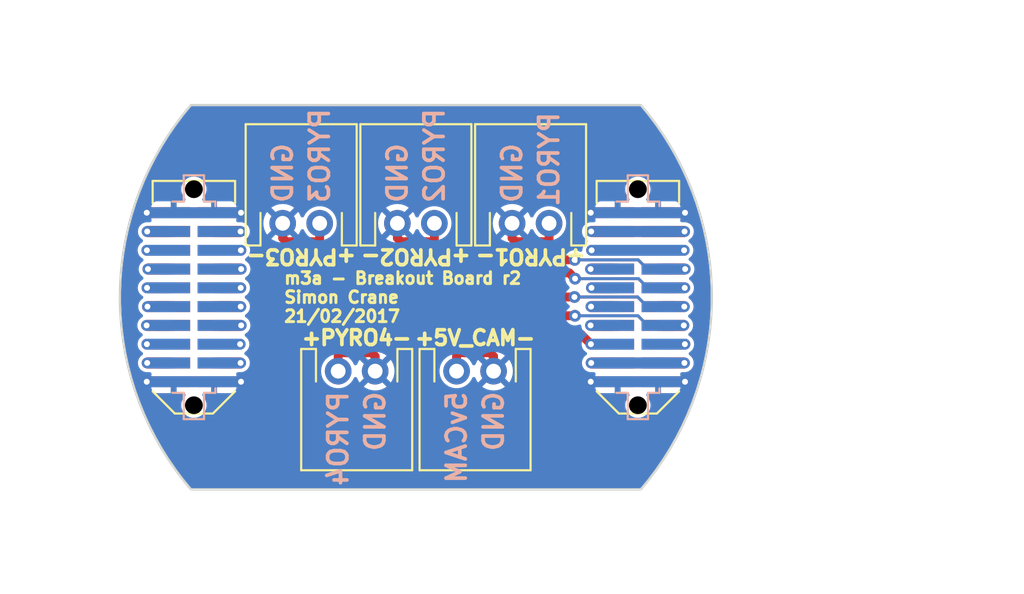
<source format=kicad_pcb>
(kicad_pcb (version 20221018) (generator pcbnew)
  (layers (0 "F.Cu" signal) (31 "B.Cu" signal) (34 "B.Paste" user) (35 "F.Paste" user) (36 "B.SilkS" user "B.Silkscreen") (37 "F.SilkS" user "F.Silkscreen") (38 "B.Mask" user) (39 "F.Mask" user) (44 "Edge.Cuts" user))
  (net 0 "")
  (net 1 "GND")
  (net 2 "/3v3_IMU")
  (net 3 "/JTMS")
  (net 4 "/3v3_RADIO")
  (net 5 "/JTCK")
  (net 6 "/3v3_FC")
  (net 7 "/3v3_PYRO")
  (net 8 "/JTDR")
  (net 9 "/RSVD1")
  (net 10 "/3v3_AUX1")
  (net 11 "/5v_CAN")
  (net 12 "/3v3_AUX2")
  (net 13 "/CAN-")
  (net 14 "/RSVD2")
  (net 15 "/CAN+")
  (net 16 "/PYRO_SO")
  (net 17 "/PYRO_SI")
  (net 18 "/5v_RADIO")
  (net 19 "/PYRO1")
  (net 20 "/5v_IMU")
  (net 21 "/PYRO2")
  (net 22 "/5v_AUX1")
  (net 23 "/PYRO3")
  (net 24 "/5v_AUX2")
  (net 25 "/PYRO4")
  (net 26 "/5v_CAM")
  (net 27 "/PWR")
  (net 28 "/CHARGE")
  (net 29 "/JTDI")
  (net 30 "/3v3_DL")
  (footprint "agg:TFML-110-02-L-D" (layer "F.Cu") (at 85 100 -90)
    (fp_text reference "J1")
    (fp_text value "WEST TOP")
    (fp_line (start -7.865 -2.785) (end -7.865 2.785) (stroke (width 0.15)) (layer "F.SilkS"))
    (fp_line (start -7.865 2.785) (end -6.365 2.785) (stroke (width 0.15)) (layer "F.SilkS"))
    (fp_line (start -6.365 -2.785) (end -7.865 -2.785) (stroke (width 0.15)) (layer "F.SilkS"))
    (fp_line (start 6.365 2.785) (end 7.865 1.285) (stroke (width 0.15)) (layer "F.SilkS"))
    (fp_line (start 7.865 -1.285) (end 6.365 -2.785) (stroke (width 0.15)) (layer "F.SilkS"))
    (fp_line (start 7.865 1.285) (end 7.865 -1.285) (stroke (width 0.15)) (layer "F.SilkS"))
    (pad "1" smd rect (at -5.715 1.715 270) (size 0.74 2.92) (layers "F.Cu" "F.Paste" "F.Mask") (net 1 "GND"))
    (pad "2" smd rect (at -5.715 -1.715 270) (size 0.74 2.92) (layers "F.Cu" "F.Paste" "F.Mask") (net 1 "GND"))
    (pad "3" smd rect (at -4.445 1.715 270) (size 0.74 2.92) (layers "F.Cu" "F.Paste" "F.Mask") (net 2 "/3v3_IMU"))
    (pad "4" smd rect (at -4.445 -1.715 270) (size 0.74 2.92) (layers "F.Cu" "F.Paste" "F.Mask") (net 3 "/JTMS"))
    (pad "5" smd rect (at -3.175 1.715 270) (size 0.74 2.92) (layers "F.Cu" "F.Paste" "F.Mask") (net 4 "/3v3_RADIO"))
    (pad "6" smd rect (at -3.175 -1.715 270) (size 0.74 2.92) (layers "F.Cu" "F.Paste" "F.Mask") (net 5 "/JTCK"))
    (pad "7" smd rect (at -1.905 1.715 270) (size 0.74 2.92) (layers "F.Cu" "F.Paste" "F.Mask") (net 6 "/3v3_FC"))
    (pad "8" smd rect (at -1.905 -1.715 270) (size 0.74 2.92) (layers "F.Cu" "F.Paste" "F.Mask") (net 29 "/JTDI"))
    (pad "9" smd rect (at -0.635 1.715 270) (size 0.74 2.92) (layers "F.Cu" "F.Paste" "F.Mask") (net 7 "/3v3_PYRO"))
    (pad "10" smd rect (at -0.635 -1.715 270) (size 0.74 2.92) (layers "F.Cu" "F.Paste" "F.Mask") (net 8 "/JTDR"))
    (pad "11" smd rect (at 0.635 1.715 270) (size 0.74 2.92) (layers "F.Cu" "F.Paste" "F.Mask") (net 30 "/3v3_DL"))
    (pad "12" smd rect (at 0.635 -1.715 270) (size 0.74 2.92) (layers "F.Cu" "F.Paste" "F.Mask") (net 9 "/RSVD1"))
    (pad "13" smd rect (at 1.905 1.715 270) (size 0.74 2.92) (layers "F.Cu" "F.Paste" "F.Mask") (net 10 "/3v3_AUX1"))
    (pad "14" smd rect (at 1.905 -1.715 270) (size 0.74 2.92) (layers "F.Cu" "F.Paste" "F.Mask") (net 11 "/5v_CAN"))
    (pad "15" smd rect (at 3.175 1.715 270) (size 0.74 2.92) (layers "F.Cu" "F.Paste" "F.Mask") (net 12 "/3v3_AUX2"))
    (pad "16" smd rect (at 3.175 -1.715 270) (size 0.74 2.92) (layers "F.Cu" "F.Paste" "F.Mask") (net 13 "/CAN-"))
    (pad "17" smd rect (at 4.445 1.715 270) (size 0.74 2.92) (layers "F.Cu" "F.Paste" "F.Mask") (net 14 "/RSVD2"))
    (pad "18" smd rect (at 4.445 -1.715 270) (size 0.74 2.92) (layers "F.Cu" "F.Paste" "F.Mask") (net 15 "/CAN+"))
    (pad "19" smd rect (at 5.715 1.715 270) (size 0.74 2.92) (layers "F.Cu" "F.Paste" "F.Mask") (net 1 "GND"))
    (pad "20" smd rect (at 5.715 -1.715 270) (size 0.74 2.92) (layers "F.Cu" "F.Paste" "F.Mask") (net 1 "GND"))
  )
  (footprint "agg:TFML-110-02-L-D" (layer "F.Cu") (at 115 100 -90)
    (fp_text reference "J2")
    (fp_text value "EAST TOP")
    (fp_line (start -7.865 -2.785) (end -7.865 2.785) (stroke (width 0.15)) (layer "F.SilkS"))
    (fp_line (start -7.865 2.785) (end -6.365 2.785) (stroke (width 0.15)) (layer "F.SilkS"))
    (fp_line (start -6.365 -2.785) (end -7.865 -2.785) (stroke (width 0.15)) (layer "F.SilkS"))
    (fp_line (start 6.365 2.785) (end 7.865 1.285) (stroke (width 0.15)) (layer "F.SilkS"))
    (fp_line (start 7.865 -1.285) (end 6.365 -2.785) (stroke (width 0.15)) (layer "F.SilkS"))
    (fp_line (start 7.865 1.285) (end 7.865 -1.285) (stroke (width 0.15)) (layer "F.SilkS"))
    (pad "1" smd rect (at -5.715 1.715 270) (size 0.74 2.92) (layers "F.Cu" "F.Paste" "F.Mask") (net 1 "GND"))
    (pad "2" smd rect (at -5.715 -1.715 270) (size 0.74 2.92) (layers "F.Cu" "F.Paste" "F.Mask") (net 1 "GND"))
    (pad "3" smd rect (at -4.445 1.715 270) (size 0.74 2.92) (layers "F.Cu" "F.Paste" "F.Mask") (net 16 "/PYRO_SO"))
    (pad "4" smd rect (at -4.445 -1.715 270) (size 0.74 2.92) (layers "F.Cu" "F.Paste" "F.Mask") (net 16 "/PYRO_SO"))
    (pad "5" smd rect (at -3.175 1.715 270) (size 0.74 2.92) (layers "F.Cu" "F.Paste" "F.Mask") (net 17 "/PYRO_SI"))
    (pad "6" smd rect (at -3.175 -1.715 270) (size 0.74 2.92) (layers "F.Cu" "F.Paste" "F.Mask") (net 17 "/PYRO_SI"))
    (pad "7" smd rect (at -1.905 1.715 270) (size 0.74 2.92) (layers "F.Cu" "F.Paste" "F.Mask") (net 18 "/5v_RADIO"))
    (pad "8" smd rect (at -1.905 -1.715 270) (size 0.74 2.92) (layers "F.Cu" "F.Paste" "F.Mask") (net 19 "/PYRO1"))
    (pad "9" smd rect (at -0.635 1.715 270) (size 0.74 2.92) (layers "F.Cu" "F.Paste" "F.Mask") (net 20 "/5v_IMU"))
    (pad "10" smd rect (at -0.635 -1.715 270) (size 0.74 2.92) (layers "F.Cu" "F.Paste" "F.Mask") (net 21 "/PYRO2"))
    (pad "11" smd rect (at 0.635 1.715 270) (size 0.74 2.92) (layers "F.Cu" "F.Paste" "F.Mask") (net 22 "/5v_AUX1"))
    (pad "12" smd rect (at 0.635 -1.715 270) (size 0.74 2.92) (layers "F.Cu" "F.Paste" "F.Mask") (net 23 "/PYRO3"))
    (pad "13" smd rect (at 1.905 1.715 270) (size 0.74 2.92) (layers "F.Cu" "F.Paste" "F.Mask") (net 24 "/5v_AUX2"))
    (pad "14" smd rect (at 1.905 -1.715 270) (size 0.74 2.92) (layers "F.Cu" "F.Paste" "F.Mask") (net 25 "/PYRO4"))
    (pad "15" smd rect (at 3.175 1.715 270) (size 0.74 2.92) (layers "F.Cu" "F.Paste" "F.Mask") (net 26 "/5v_CAM"))
    (pad "16" smd rect (at 3.175 -1.715 270) (size 0.74 2.92) (layers "F.Cu" "F.Paste" "F.Mask") (net 27 "/PWR"))
    (pad "17" smd rect (at 4.445 1.715 270) (size 0.74 2.92) (layers "F.Cu" "F.Paste" "F.Mask") (net 28 "/CHARGE"))
    (pad "18" smd rect (at 4.445 -1.715 270) (size 0.74 2.92) (layers "F.Cu" "F.Paste" "F.Mask") (net 28 "/CHARGE"))
    (pad "19" smd rect (at 5.715 1.715 270) (size 0.74 2.92) (layers "F.Cu" "F.Paste" "F.Mask") (net 1 "GND"))
    (pad "20" smd rect (at 5.715 -1.715 270) (size 0.74 2.92) (layers "F.Cu" "F.Paste" "F.Mask") (net 1 "GND"))
  )
  (footprint "agg:S2B-EH" (layer "F.Cu") (at 107.75 95)
    (fp_text reference "J5")
    (fp_text value "PYRO1")
    (fp_line (start -3.75 -6.7) (end -3.75 1.5) (stroke (width 0.15)) (layer "F.SilkS"))
    (fp_line (start -3.75 -6.7) (end 3.75 -6.7) (stroke (width 0.15)) (layer "F.SilkS"))
    (fp_line (start -3.75 1.5) (end -2.75 1.5) (stroke (width 0.15)) (layer "F.SilkS"))
    (fp_line (start -2.75 1.5) (end -2.75 -0.7) (stroke (width 0.15)) (layer "F.SilkS"))
    (fp_line (start 2.75 1.5) (end 2.75 -0.7) (stroke (width 0.15)) (layer "F.SilkS"))
    (fp_line (start 3.75 -6.7) (end 3.75 1.5) (stroke (width 0.15)) (layer "F.SilkS"))
    (fp_line (start 3.75 1.5) (end 2.75 1.5) (stroke (width 0.15)) (layer "F.SilkS"))
    (pad "1" thru_hole circle (at 1.25 0) (size 1.8 1.8) (drill 1) (layers "*.Cu" "*.Mask") (net 19 "/PYRO1"))
    (pad "2" thru_hole circle (at -1.25 0) (size 1.8 1.8) (drill 1) (layers "*.Cu" "*.Mask") (net 1 "GND"))
  )
  (footprint "agg:S2B-EH" (layer "F.Cu") (at 92.25 95)
    (fp_text reference "J6")
    (fp_text value "PYRO3")
    (fp_line (start -3.75 -6.7) (end -3.75 1.5) (stroke (width 0.15)) (layer "F.SilkS"))
    (fp_line (start -3.75 -6.7) (end 3.75 -6.7) (stroke (width 0.15)) (layer "F.SilkS"))
    (fp_line (start -3.75 1.5) (end -2.75 1.5) (stroke (width 0.15)) (layer "F.SilkS"))
    (fp_line (start -2.75 1.5) (end -2.75 -0.7) (stroke (width 0.15)) (layer "F.SilkS"))
    (fp_line (start 2.75 1.5) (end 2.75 -0.7) (stroke (width 0.15)) (layer "F.SilkS"))
    (fp_line (start 3.75 -6.7) (end 3.75 1.5) (stroke (width 0.15)) (layer "F.SilkS"))
    (fp_line (start 3.75 1.5) (end 2.75 1.5) (stroke (width 0.15)) (layer "F.SilkS"))
    (pad "1" thru_hole circle (at 1.25 0) (size 1.8 1.8) (drill 1) (layers "*.Cu" "*.Mask") (net 23 "/PYRO3"))
    (pad "2" thru_hole circle (at -1.25 0) (size 1.8 1.8) (drill 1) (layers "*.Cu" "*.Mask") (net 1 "GND"))
  )
  (footprint "agg:S2B-EH" (layer "F.Cu") (at 100 95)
    (fp_text reference "J7")
    (fp_text value "PYRO2")
    (fp_line (start -3.75 -6.7) (end -3.75 1.5) (stroke (width 0.15)) (layer "F.SilkS"))
    (fp_line (start -3.75 -6.7) (end 3.75 -6.7) (stroke (width 0.15)) (layer "F.SilkS"))
    (fp_line (start -3.75 1.5) (end -2.75 1.5) (stroke (width 0.15)) (layer "F.SilkS"))
    (fp_line (start -2.75 1.5) (end -2.75 -0.7) (stroke (width 0.15)) (layer "F.SilkS"))
    (fp_line (start 2.75 1.5) (end 2.75 -0.7) (stroke (width 0.15)) (layer "F.SilkS"))
    (fp_line (start 3.75 -6.7) (end 3.75 1.5) (stroke (width 0.15)) (layer "F.SilkS"))
    (fp_line (start 3.75 1.5) (end 2.75 1.5) (stroke (width 0.15)) (layer "F.SilkS"))
    (pad "1" thru_hole circle (at 1.25 0) (size 1.8 1.8) (drill 1) (layers "*.Cu" "*.Mask") (net 21 "/PYRO2"))
    (pad "2" thru_hole circle (at -1.25 0) (size 1.8 1.8) (drill 1) (layers "*.Cu" "*.Mask") (net 1 "GND"))
  )
  (footprint "agg:S2B-EH" (layer "F.Cu") (at 96 105 180)
    (fp_text reference "J8")
    (fp_text value "PYRO4")
    (fp_line (start -3.75 -6.7) (end -3.75 1.5) (stroke (width 0.15)) (layer "F.SilkS"))
    (fp_line (start -3.75 -6.7) (end 3.75 -6.7) (stroke (width 0.15)) (layer "F.SilkS"))
    (fp_line (start -3.75 1.5) (end -2.75 1.5) (stroke (width 0.15)) (layer "F.SilkS"))
    (fp_line (start -2.75 1.5) (end -2.75 -0.7) (stroke (width 0.15)) (layer "F.SilkS"))
    (fp_line (start 2.75 1.5) (end 2.75 -0.7) (stroke (width 0.15)) (layer "F.SilkS"))
    (fp_line (start 3.75 -6.7) (end 3.75 1.5) (stroke (width 0.15)) (layer "F.SilkS"))
    (fp_line (start 3.75 1.5) (end 2.75 1.5) (stroke (width 0.15)) (layer "F.SilkS"))
    (pad "1" thru_hole circle (at 1.25 0 180) (size 1.8 1.8) (drill 1) (layers "*.Cu" "*.Mask") (net 25 "/PYRO4"))
    (pad "2" thru_hole circle (at -1.25 0 180) (size 1.8 1.8) (drill 1) (layers "*.Cu" "*.Mask") (net 1 "GND"))
  )
  (footprint "agg:S2B-EH" (layer "F.Cu") (at 104 105 180)
    (fp_text reference "J9")
    (fp_text value "5v_CAM")
    (fp_line (start -3.75 -6.7) (end -3.75 1.5) (stroke (width 0.15)) (layer "F.SilkS"))
    (fp_line (start -3.75 -6.7) (end 3.75 -6.7) (stroke (width 0.15)) (layer "F.SilkS"))
    (fp_line (start -3.75 1.5) (end -2.75 1.5) (stroke (width 0.15)) (layer "F.SilkS"))
    (fp_line (start -2.75 1.5) (end -2.75 -0.7) (stroke (width 0.15)) (layer "F.SilkS"))
    (fp_line (start 2.75 1.5) (end 2.75 -0.7) (stroke (width 0.15)) (layer "F.SilkS"))
    (fp_line (start 3.75 -6.7) (end 3.75 1.5) (stroke (width 0.15)) (layer "F.SilkS"))
    (fp_line (start 3.75 1.5) (end 2.75 1.5) (stroke (width 0.15)) (layer "F.SilkS"))
    (pad "1" thru_hole circle (at 1.25 0 180) (size 1.8 1.8) (drill 1) (layers "*.Cu" "*.Mask") (net 26 "/5v_CAM"))
    (pad "2" thru_hole circle (at -1.25 0 180) (size 1.8 1.8) (drill 1) (layers "*.Cu" "*.Mask") (net 1 "GND"))
  )
  (footprint "agg:0402" (layer "F.Cu") (at 107.75 96.25 180)
    (fp_text reference "D1")
    (fp_text value "ESD_DIODE")
    (pad "1" smd rect (at -0.45 0 180) (size 0.62 0.62) (layers "F.Cu" "F.Paste" "F.Mask") (net 19 "/PYRO1"))
    (pad "2" smd rect (at 0.45 0 180) (size 0.62 0.62) (layers "F.Cu" "F.Paste" "F.Mask") (net 1 "GND"))
  )
  (footprint "agg:0402" (layer "F.Cu") (at 92.25 96.25 180)
    (fp_text reference "D2")
    (fp_text value "ESD_DIODE")
    (pad "1" smd rect (at -0.45 0 180) (size 0.62 0.62) (layers "F.Cu" "F.Paste" "F.Mask") (net 23 "/PYRO3"))
    (pad "2" smd rect (at 0.45 0 180) (size 0.62 0.62) (layers "F.Cu" "F.Paste" "F.Mask") (net 1 "GND"))
  )
  (footprint "agg:0402" (layer "F.Cu") (at 100 96.25 180)
    (fp_text reference "D3")
    (fp_text value "ESD_DIODE")
    (pad "1" smd rect (at -0.45 0 180) (size 0.62 0.62) (layers "F.Cu" "F.Paste" "F.Mask") (net 21 "/PYRO2"))
    (pad "2" smd rect (at 0.45 0 180) (size 0.62 0.62) (layers "F.Cu" "F.Paste" "F.Mask") (net 1 "GND"))
  )
  (footprint "agg:0402" (layer "F.Cu") (at 96 103.75)
    (fp_text reference "D4")
    (fp_text value "ESD_DIODE")
    (pad "1" smd rect (at -0.45 0) (size 0.62 0.62) (layers "F.Cu" "F.Paste" "F.Mask") (net 25 "/PYRO4"))
    (pad "2" smd rect (at 0.45 0) (size 0.62 0.62) (layers "F.Cu" "F.Paste" "F.Mask") (net 1 "GND"))
  )
  (footprint "agg:0402" (layer "F.Cu") (at 104 103.75)
    (fp_text reference "D5")
    (fp_text value "ESD_DIODE")
    (pad "1" smd rect (at -0.45 0) (size 0.62 0.62) (layers "F.Cu" "F.Paste" "F.Mask") (net 26 "/5v_CAM"))
    (pad "2" smd rect (at 0.45 0) (size 0.62 0.62) (layers "F.Cu" "F.Paste" "F.Mask") (net 1 "GND"))
  )
  (footprint "agg:SFML-110-02-L-D-LC" (layer "B.Cu") (at 85 100 -90)
    (fp_text reference "J3")
    (fp_text value "WEST BOT")
    (fp_line (start -8.245 -0.685) (end -8.245 0.685) (stroke (width 0.15)) (layer "B.SilkS"))
    (fp_line (start -8.245 0.685) (end -6.465 0.685) (stroke (width 0.15)) (layer "B.SilkS"))
    (fp_line (start -6.465 -1.45) (end -6.465 -0.685) (stroke (width 0.15)) (layer "B.SilkS"))
    (fp_line (start -6.465 -0.685) (end -8.245 -0.685) (stroke (width 0.15)) (layer "B.SilkS"))
    (fp_line (start -6.465 0.685) (end -6.465 1.45) (stroke (width 0.15)) (layer "B.SilkS"))
    (fp_line (start -6.165 -1.45) (end -6.465 -1.45) (stroke (width 0.15)) (layer "B.SilkS"))
    (fp_line (start 6.465 -1.45) (end 6.165 -1.45) (stroke (width 0.15)) (layer "B.SilkS"))
    (fp_line (start 6.465 -0.685) (end 6.465 -1.45) (stroke (width 0.15)) (layer "B.SilkS"))
    (fp_line (start 6.465 0.685) (end 8.245 0.685) (stroke (width 0.15)) (layer "B.SilkS"))
    (fp_line (start 6.465 1.45) (end 6.465 0.685) (stroke (width 0.15)) (layer "B.SilkS"))
    (fp_line (start 8.245 -0.685) (end 6.465 -0.685) (stroke (width 0.15)) (layer "B.SilkS"))
    (fp_line (start 8.245 0.685) (end 8.245 -0.685) (stroke (width 0.15)) (layer "B.SilkS"))
    (pad "" np_thru_hole circle (at -7.305 0 270) (size 1.2 1.2) (drill 1.2) (layers "*.Mask"))
    (pad "" np_thru_hole circle (at 7.305 0 270) (size 1.2 1.2) (drill 1.2) (layers "*.Mask"))
    (pad "1" smd rect (at -5.715 1.365 270) (size 0.74 2.22) (layers "B.Cu" "B.Paste" "B.Mask") (net 1 "GND"))
    (pad "2" smd rect (at -5.715 -1.365 270) (size 0.74 2.22) (layers "B.Cu" "B.Paste" "B.Mask") (net 1 "GND"))
    (pad "3" smd rect (at -4.445 1.365 270) (size 0.74 2.22) (layers "B.Cu" "B.Paste" "B.Mask") (net 2 "/3v3_IMU"))
    (pad "4" smd rect (at -4.445 -1.365 270) (size 0.74 2.22) (layers "B.Cu" "B.Paste" "B.Mask") (net 3 "/JTMS"))
    (pad "5" smd rect (at -3.175 1.365 270) (size 0.74 2.22) (layers "B.Cu" "B.Paste" "B.Mask") (net 4 "/3v3_RADIO"))
    (pad "6" smd rect (at -3.175 -1.365 270) (size 0.74 2.22) (layers "B.Cu" "B.Paste" "B.Mask") (net 5 "/JTCK"))
    (pad "7" smd rect (at -1.905 1.365 270) (size 0.74 2.22) (layers "B.Cu" "B.Paste" "B.Mask") (net 6 "/3v3_FC"))
    (pad "8" smd rect (at -1.905 -1.365 270) (size 0.74 2.22) (layers "B.Cu" "B.Paste" "B.Mask") (net 29 "/JTDI"))
    (pad "9" smd rect (at -0.635 1.365 270) (size 0.74 2.22) (layers "B.Cu" "B.Paste" "B.Mask") (net 7 "/3v3_PYRO"))
    (pad "10" smd rect (at -0.635 -1.365 270) (size 0.74 2.22) (layers "B.Cu" "B.Paste" "B.Mask") (net 8 "/JTDR"))
    (pad "11" smd rect (at 0.635 1.365 270) (size 0.74 2.22) (layers "B.Cu" "B.Paste" "B.Mask") (net 30 "/3v3_DL"))
    (pad "12" smd rect (at 0.635 -1.365 270) (size 0.74 2.22) (layers "B.Cu" "B.Paste" "B.Mask") (net 9 "/RSVD1"))
    (pad "13" smd rect (at 1.905 1.365 270) (size 0.74 2.22) (layers "B.Cu" "B.Paste" "B.Mask") (net 10 "/3v3_AUX1"))
    (pad "14" smd rect (at 1.905 -1.365 270) (size 0.74 2.22) (layers "B.Cu" "B.Paste" "B.Mask") (net 11 "/5v_CAN"))
    (pad "15" smd rect (at 3.175 1.365 270) (size 0.74 2.22) (layers "B.Cu" "B.Paste" "B.Mask") (net 12 "/3v3_AUX2"))
    (pad "16" smd rect (at 3.175 -1.365 270) (size 0.74 2.22) (layers "B.Cu" "B.Paste" "B.Mask") (net 13 "/CAN-"))
    (pad "17" smd rect (at 4.445 1.365 270) (size 0.74 2.22) (layers "B.Cu" "B.Paste" "B.Mask") (net 14 "/RSVD2"))
    (pad "18" smd rect (at 4.445 -1.365 270) (size 0.74 2.22) (layers "B.Cu" "B.Paste" "B.Mask") (net 15 "/CAN+"))
    (pad "19" smd rect (at 5.715 1.365 270) (size 0.74 2.22) (layers "B.Cu" "B.Paste" "B.Mask") (net 1 "GND"))
    (pad "20" smd rect (at 5.715 -1.365 270) (size 0.74 2.22) (layers "B.Cu" "B.Paste" "B.Mask") (net 1 "GND"))
  )
  (footprint "agg:SFML-110-02-L-D-LC" (layer "B.Cu") (at 115 100 -90)
    (fp_text reference "J4")
    (fp_text value "EAST BOT")
    (fp_line (start -8.245 -0.685) (end -8.245 0.685) (stroke (width 0.15)) (layer "B.SilkS"))
    (fp_line (start -8.245 0.685) (end -6.465 0.685) (stroke (width 0.15)) (layer "B.SilkS"))
    (fp_line (start -6.465 -1.45) (end -6.465 -0.685) (stroke (width 0.15)) (layer "B.SilkS"))
    (fp_line (start -6.465 -0.685) (end -8.245 -0.685) (stroke (width 0.15)) (layer "B.SilkS"))
    (fp_line (start -6.465 0.685) (end -6.465 1.45) (stroke (width 0.15)) (layer "B.SilkS"))
    (fp_line (start -6.165 -1.45) (end -6.465 -1.45) (stroke (width 0.15)) (layer "B.SilkS"))
    (fp_line (start 6.465 -1.45) (end 6.165 -1.45) (stroke (width 0.15)) (layer "B.SilkS"))
    (fp_line (start 6.465 -0.685) (end 6.465 -1.45) (stroke (width 0.15)) (layer "B.SilkS"))
    (fp_line (start 6.465 0.685) (end 8.245 0.685) (stroke (width 0.15)) (layer "B.SilkS"))
    (fp_line (start 6.465 1.45) (end 6.465 0.685) (stroke (width 0.15)) (layer "B.SilkS"))
    (fp_line (start 8.245 -0.685) (end 6.465 -0.685) (stroke (width 0.15)) (layer "B.SilkS"))
    (fp_line (start 8.245 0.685) (end 8.245 -0.685) (stroke (width 0.15)) (layer "B.SilkS"))
    (pad "" np_thru_hole circle (at -7.305 0 270) (size 1.2 1.2) (drill 1.2) (layers "*.Mask"))
    (pad "" np_thru_hole circle (at 7.305 0 270) (size 1.2 1.2) (drill 1.2) (layers "*.Mask"))
    (pad "1" smd rect (at -5.715 1.365 270) (size 0.74 2.22) (layers "B.Cu" "B.Paste" "B.Mask") (net 1 "GND"))
    (pad "2" smd rect (at -5.715 -1.365 270) (size 0.74 2.22) (layers "B.Cu" "B.Paste" "B.Mask") (net 1 "GND"))
    (pad "3" smd rect (at -4.445 1.365 270) (size 0.74 2.22) (layers "B.Cu" "B.Paste" "B.Mask") (net 16 "/PYRO_SO"))
    (pad "4" smd rect (at -4.445 -1.365 270) (size 0.74 2.22) (layers "B.Cu" "B.Paste" "B.Mask") (net 16 "/PYRO_SO"))
    (pad "5" smd rect (at -3.175 1.365 270) (size 0.74 2.22) (layers "B.Cu" "B.Paste" "B.Mask") (net 17 "/PYRO_SI"))
    (pad "6" smd rect (at -3.175 -1.365 270) (size 0.74 2.22) (layers "B.Cu" "B.Paste" "B.Mask") (net 17 "/PYRO_SI"))
    (pad "7" smd rect (at -1.905 1.365 270) (size 0.74 2.22) (layers "B.Cu" "B.Paste" "B.Mask") (net 18 "/5v_RADIO"))
    (pad "8" smd rect (at -1.905 -1.365 270) (size 0.74 2.22) (layers "B.Cu" "B.Paste" "B.Mask") (net 19 "/PYRO1"))
    (pad "9" smd rect (at -0.635 1.365 270) (size 0.74 2.22) (layers "B.Cu" "B.Paste" "B.Mask") (net 20 "/5v_IMU"))
    (pad "10" smd rect (at -0.635 -1.365 270) (size 0.74 2.22) (layers "B.Cu" "B.Paste" "B.Mask") (net 21 "/PYRO2"))
    (pad "11" smd rect (at 0.635 1.365 270) (size 0.74 2.22) (layers "B.Cu" "B.Paste" "B.Mask") (net 22 "/5v_AUX1"))
    (pad "12" smd rect (at 0.635 -1.365 270) (size 0.74 2.22) (layers "B.Cu" "B.Paste" "B.Mask") (net 23 "/PYRO3"))
    (pad "13" smd rect (at 1.905 1.365 270) (size 0.74 2.22) (layers "B.Cu" "B.Paste" "B.Mask") (net 24 "/5v_AUX2"))
    (pad "14" smd rect (at 1.905 -1.365 270) (size 0.74 2.22) (layers "B.Cu" "B.Paste" "B.Mask") (net 25 "/PYRO4"))
    (pad "15" smd rect (at 3.175 1.365 270) (size 0.74 2.22) (layers "B.Cu" "B.Paste" "B.Mask") (net 26 "/5v_CAM"))
    (pad "16" smd rect (at 3.175 -1.365 270) (size 0.74 2.22) (layers "B.Cu" "B.Paste" "B.Mask") (net 27 "/PWR"))
    (pad "17" smd rect (at 4.445 1.365 270) (size 0.74 2.22) (layers "B.Cu" "B.Paste" "B.Mask") (net 28 "/CHARGE"))
    (pad "18" smd rect (at 4.445 -1.365 270) (size 0.74 2.22) (layers "B.Cu" "B.Paste" "B.Mask") (net 28 "/CHARGE"))
    (pad "19" smd rect (at 5.715 1.365 270) (size 0.74 2.22) (layers "B.Cu" "B.Paste" "B.Mask") (net 1 "GND"))
    (pad "20" smd rect (at 5.715 -1.365 270) (size 0.74 2.22) (layers "B.Cu" "B.Paste" "B.Mask") (net 1 "GND"))
  )
  (gr_line (start 84.8 87) (end 115.2 87) (stroke (width 0.15)) (layer "Edge.Cuts"))
  (gr_arc (start 115.2 87) (mid 120.001 100) (end 115.2 113) (stroke (width 0.15)) (layer "Edge.Cuts"))
  (gr_arc (start 84.8 113) (mid 79.999 100) (end 84.8 87) (stroke (width 0.15)) (layer "Edge.Cuts"))
  (gr_line (start 84.8 113) (end 115.2 113) (stroke (width 0.15)) (layer "Edge.Cuts"))
  (gr_text "GND" (at 97.25 106.25 90) (layer "B.SilkS") (effects (font (size 1.3 1.3) (thickness 0.25)) (justify left mirror)))
  (gr_text "5vCAM" (at 102.75 106.25 90) (layer "B.SilkS") (effects (font (size 1.3 1.3) (thickness 0.25)) (justify left mirror)))
  (gr_text "GND" (at 105.25 106.25 90) (layer "B.SilkS") (effects (font (size 1.3 1.3) (thickness 0.25)) (justify left mirror)))
  (gr_text "GND" (at 91 93.75 90) (layer "B.SilkS") (effects (font (size 1.3 1.3) (thickness 0.25)) (justify right mirror)))
  (gr_text "PYRO3" (at 93.5 93.75 90) (layer "B.SilkS") (effects (font (size 1.3 1.3) (thickness 0.25)) (justify right mirror)))
  (gr_text "PYRO2" (at 101.25 93.75 90) (layer "B.SilkS") (effects (font (size 1.3 1.3) (thickness 0.25)) (justify right mirror)))
  (gr_text "GND" (at 98.75 93.75 90) (layer "B.SilkS") (effects (font (size 1.3 1.3) (thickness 0.25)) (justify right mirror)))
  (gr_text "PYRO1" (at 109 94 90) (layer "B.SilkS") (effects (font (size 1.3 1.3) (thickness 0.25)) (justify right mirror)))
  (gr_text "GND" (at 106.5 93.75 90) (layer "B.SilkS") (effects (font (size 1.3 1.3) (thickness 0.25)) (justify right mirror)))
  (gr_text "PYRO4" (at 94.75 106.25 90) (layer "B.SilkS") (effects (font (size 1.3 1.3) (thickness 0.25)) (justify left mirror)))
  (gr_text "+PYRO2-" (at 100 97.25 180) (layer "F.SilkS") (effects (font (size 1 1) (thickness 0.25))))
  (gr_text "+PYRO3-" (at 92.25 97.25 180) (layer "F.SilkS") (effects (font (size 1 1) (thickness 0.25))))
  (gr_text "+PYRO4-" (at 96 102.75) (layer "F.SilkS") (effects (font (size 1 1) (thickness 0.25))))
  (gr_text "+5V_CAM-" (at 104 102.75) (layer "F.SilkS") (effects (font (size 1 1) (thickness 0.25))))
  (gr_text "+PYRO1-" (at 107.75 97.25 180) (layer "F.SilkS") (effects (font (size 1 1) (thickness 0.25))))
  (gr_text "m3a - Breakout Board r2\nSimon Crane\n21/02/2017" (at 91 100) (layer "F.SilkS") (effects (font (size 0.8 0.8) (thickness 0.2)) (justify left)))
  (segment (start 83.285 105.715) (end 86.715 105.715) (width 0.74) (layer "F.Cu") (net 1))
  (segment (start 99.55 96.25) (end 99 96.25) (width 0.6) (layer "F.Cu") (net 1))
  (segment (start 86.715 94.285) (end 88.185 94.285) (width 0.74) (layer "F.Cu") (net 1))
  (segment (start 116.715 94.285) (end 118.185 94.285) (width 0.74) (layer "F.Cu") (net 1))
  (segment (start 86.715 94.285) (end 83.285 94.285) (width 0.74) (layer "F.Cu") (net 1))
  (segment (start 86.715 105.715) (end 88.185 105.715) (width 0.74) (layer "F.Cu") (net 1))
  (segment (start 97.25 104) (end 97.25 105) (width 0.6) (layer "F.Cu") (net 1))
  (segment (start 91.8 96.25) (end 91.25 96.25) (width 0.6) (layer "F.Cu") (net 1))
  (segment (start 113.285 105.715) (end 111.815 105.715) (width 0.74) (layer "F.Cu") (net 1))
  (segment (start 83.285 94.285) (end 81.815 94.285) (width 0.74) (layer "F.Cu") (net 1))
  (segment (start 107.3 96.25) (end 106.75 96.25) (width 0.6) (layer "F.Cu") (net 1))
  (segment (start 96.45 103.75) (end 97 103.75) (width 0.6) (layer "F.Cu") (net 1))
  (segment (start 106.75 96.25) (end 106.5 96) (width 0.6) (layer "F.Cu") (net 1))
  (segment (start 105.25 104) (end 105.25 105) (width 0.6) (layer "F.Cu") (net 1))
  (segment (start 105 103.75) (end 105.25 104) (width 0.6) (layer "F.Cu") (net 1))
  (segment (start 91 96) (end 91 95) (width 0.6) (layer "F.Cu") (net 1))
  (segment (start 97 103.75) (end 97.25 104) (width 0.6) (layer "F.Cu") (net 1))
  (segment (start 83.285 105.715) (end 81.815 105.715) (width 0.74) (layer "F.Cu") (net 1))
  (segment (start 113.285 94.285) (end 116.715 94.285) (width 0.74) (layer "F.Cu") (net 1))
  (segment (start 116.715 105.715) (end 118.185 105.715) (width 0.74) (layer "F.Cu") (net 1))
  (segment (start 106.5 96) (end 106.5 95) (width 0.6) (layer "F.Cu") (net 1))
  (segment (start 113.285 94.285) (end 111.815 94.285) (width 0.74) (layer "F.Cu") (net 1))
  (segment (start 99 96.25) (end 98.75 96) (width 0.6) (layer "F.Cu") (net 1))
  (segment (start 91.25 96.25) (end 91 96) (width 0.6) (layer "F.Cu") (net 1))
  (segment (start 98.75 96) (end 98.75 95) (width 0.6) (layer "F.Cu") (net 1))
  (segment (start 116.715 105.715) (end 113.285 105.715) (width 0.74) (layer "F.Cu") (net 1))
  (segment (start 104.45 103.75) (end 105 103.75) (width 0.6) (layer "F.Cu") (net 1))
  (via (at 81.815 105.715) (size 0.7) (drill 0.4) (layers "F.Cu" "B.Cu") (net 1))
  (via (at 88.185 105.715) (size 0.7) (drill 0.4) (layers "F.Cu" "B.Cu") (net 1))
  (via (at 111.815 94.285) (size 0.7) (drill 0.4) (layers "F.Cu" "B.Cu") (net 1))
  (via (at 118.185 94.285) (size 0.7) (drill 0.4) (layers "F.Cu" "B.Cu") (net 1))
  (via (at 118.185 105.715) (size 0.7) (drill 0.4) (layers "F.Cu" "B.Cu") (net 1))
  (via (at 88.185 94.285) (size 0.7) (drill 0.4) (layers "F.Cu" "B.Cu") (net 1))
  (via (at 111.815 105.715) (size 0.7) (drill 0.4) (layers "F.Cu" "B.Cu") (net 1))
  (via (at 81.815 94.285) (size 0.7) (drill 0.4) (layers "F.Cu" "B.Cu") (net 1))
  (segment (start 113.635 105.715) (end 111.815 105.715) (width 0.74) (layer "B.Cu") (net 1))
  (segment (start 83.635 94.285) (end 86.365 94.285) (width 0.74) (layer "B.Cu") (net 1))
  (segment (start 111.815 94.285) (end 113.635 94.285) (width 0.74) (layer "B.Cu") (net 1))
  (segment (start 118.185 105.715) (end 116.365 105.715) (width 0.74) (layer "B.Cu") (net 1))
  (segment (start 86.365 94.285) (end 88.185 94.285) (width 0.74) (layer "B.Cu") (net 1))
  (segment (start 83.635 94.285) (end 81.815 94.285) (width 0.74) (layer "B.Cu") (net 1))
  (segment (start 88.185 105.715) (end 81.815 105.715) (width 0.74) (layer "B.Cu") (net 1))
  (segment (start 116.365 94.285) (end 118.185 94.285) (width 0.74) (layer "B.Cu") (net 1))
  (segment (start 113.635 94.285) (end 116.365 94.285) (width 0.74) (layer "B.Cu") (net 1))
  (segment (start 116.365 105.715) (end 113.635 105.715) (width 0.74) (layer "B.Cu") (net 1))
  (segment (start 83.285 95.555) (end 81.845 95.555) (width 0.74) (layer "F.Cu") (net 2))
  (via (at 81.845 95.555) (size 0.7) (drill 0.4) (layers "F.Cu" "B.Cu") (net 2))
  (segment (start 83.635 95.555) (end 81.845 95.555) (width 0.74) (layer "B.Cu") (net 2))
  (segment (start 86.715 95.555) (end 88.155 95.555) (width 0.74) (layer "F.Cu") (net 3))
  (via (at 88.155 95.555) (size 0.7) (drill 0.4) (layers "F.Cu" "B.Cu") (net 3))
  (segment (start 88.155 95.555) (end 86.365 95.555) (width 0.74) (layer "B.Cu") (net 3))
  (segment (start 83.285 96.825) (end 81.825 96.825) (width 0.74) (layer "F.Cu") (net 4))
  (via (at 81.825 96.825) (size 0.7) (drill 0.4) (layers "F.Cu" "B.Cu") (net 4))
  (segment (start 81.825 96.825) (end 83.635 96.825) (width 0.74) (layer "B.Cu") (net 4))
  (segment (start 86.715 96.825) (end 88.175 96.825) (width 0.74) (layer "F.Cu") (net 5))
  (via (at 88.175 96.825) (size 0.7) (drill 0.4) (layers "F.Cu" "B.Cu") (net 5))
  (segment (start 86.365 96.825) (end 88.175 96.825) (width 0.74) (layer "B.Cu") (net 5))
  (segment (start 83.285 98.095) (end 81.895 98.095) (width 0.74) (layer "F.Cu") (net 6))
  (via (at 81.895 98.095) (size 0.7) (drill 0.4) (layers "F.Cu" "B.Cu") (net 6))
  (segment (start 81.895 98.095) (end 83.635 98.095) (width 0.74) (layer "B.Cu") (net 6))
  (segment (start 83.285 99.365) (end 81.835 99.365) (width 0.74) (layer "F.Cu") (net 7))
  (via (at 81.835 99.365) (size 0.7) (drill 0.4) (layers "F.Cu" "B.Cu") (net 7))
  (segment (start 81.835 99.365) (end 83.635 99.365) (width 0.74) (layer "B.Cu") (net 7))
  (segment (start 86.715 99.365) (end 88.165 99.365) (width 0.74) (layer "F.Cu") (net 8))
  (via (at 88.165 99.365) (size 0.7) (drill 0.4) (layers "F.Cu" "B.Cu") (net 8))
  (segment (start 86.365 99.365) (end 88.165 99.365) (width 0.74) (layer "B.Cu") (net 8))
  (segment (start 86.715 100.635) (end 88.165 100.635) (width 0.74) (layer "F.Cu") (net 9))
  (via (at 88.165 100.635) (size 0.7) (drill 0.4) (layers "F.Cu" "B.Cu") (net 9))
  (segment (start 86.365 100.635) (end 88.165 100.635) (width 0.74) (layer "B.Cu") (net 9))
  (segment (start 83.285 101.905) (end 81.805 101.905) (width 0.74) (layer "F.Cu") (net 10))
  (via (at 81.805 101.905) (size 0.7) (drill 0.4) (layers "F.Cu" "B.Cu") (net 10))
  (segment (start 81.805 101.905) (end 83.635 101.905) (width 0.74) (layer "B.Cu") (net 10))
  (segment (start 86.715 101.905) (end 88.195 101.905) (width 0.74) (layer "F.Cu") (net 11))
  (via (at 88.195 101.905) (size 0.7) (drill 0.4) (layers "F.Cu" "B.Cu") (net 11))
  (segment (start 86.365 101.905) (end 88.195 101.905) (width 0.74) (layer "B.Cu") (net 11))
  (segment (start 83.285 103.175) (end 81.825 103.175) (width 0.74) (layer "F.Cu") (net 12))
  (via (at 81.825 103.175) (size 0.7) (drill 0.4) (layers "F.Cu" "B.Cu") (net 12))
  (segment (start 81.825 103.175) (end 83.635 103.175) (width 0.74) (layer "B.Cu") (net 12))
  (segment (start 86.715 103.175) (end 88.125 103.175) (width 0.74) (layer "F.Cu") (net 13))
  (via (at 88.125 103.175) (size 0.7) (drill 0.4) (layers "F.Cu" "B.Cu") (net 13))
  (segment (start 86.365 103.175) (end 88.125 103.175) (width 0.74) (layer "B.Cu") (net 13))
  (segment (start 83.285 104.445) (end 81.845 104.445) (width 0.74) (layer "F.Cu") (net 14))
  (via (at 81.845 104.445) (size 0.7) (drill 0.4) (layers "F.Cu" "B.Cu") (net 14))
  (segment (start 81.845 104.445) (end 83.635 104.445) (width 0.74) (layer "B.Cu") (net 14))
  (segment (start 86.715 104.445) (end 88.155 104.445) (width 0.74) (layer "F.Cu") (net 15))
  (via (at 88.155 104.445) (size 0.7) (drill 0.4) (layers "F.Cu" "B.Cu") (net 15))
  (segment (start 86.365 104.445) (end 88.155 104.445) (width 0.74) (layer "B.Cu") (net 15))
  (segment (start 116.715 95.555) (end 118.155 95.555) (width 0.74) (layer "F.Cu") (net 16))
  (segment (start 113.285 95.555) (end 111.845 95.555) (width 0.74) (layer "F.Cu") (net 16))
  (segment (start 113.285 95.555) (end 116.715 95.555) (width 0.74) (layer "F.Cu") (net 16))
  (via (at 118.155 95.555) (size 0.7) (drill 0.4) (layers "F.Cu" "B.Cu") (net 16))
  (via (at 111.845 95.555) (size 0.7) (drill 0.4) (layers "F.Cu" "B.Cu") (net 16))
  (segment (start 118.155 95.555) (end 116.365 95.555) (width 0.74) (layer "B.Cu") (net 16))
  (segment (start 111.845 95.555) (end 113.635 95.555) (width 0.74) (layer "B.Cu") (net 16))
  (segment (start 113.635 95.555) (end 116.365 95.555) (width 0.74) (layer "B.Cu") (net 16))
  (segment (start 116.715 96.825) (end 118.125 96.825) (width 0.74) (layer "F.Cu") (net 17))
  (segment (start 113.285 96.825) (end 111.875 96.825) (width 0.74) (layer "F.Cu") (net 17))
  (segment (start 113.285 96.825) (end 116.715 96.825) (width 0.74) (layer "F.Cu") (net 17))
  (via (at 118.125 96.825) (size 0.7) (drill 0.4) (layers "F.Cu" "B.Cu") (net 17))
  (via (at 111.875 96.825) (size 0.7) (drill 0.4) (layers "F.Cu" "B.Cu") (net 17))
  (segment (start 111.875 96.825) (end 113.635 96.825) (width 0.74) (layer "B.Cu") (net 17))
  (segment (start 116.365 96.825) (end 118.125 96.825) (width 0.74) (layer "B.Cu") (net 17))
  (segment (start 113.635 96.825) (end 116.365 96.825) (width 0.74) (layer "B.Cu") (net 17))
  (segment (start 113.285 98.095) (end 111.805 98.095) (width 0.74) (layer "F.Cu") (net 18))
  (via (at 111.805 98.095) (size 0.7) (drill 0.4) (layers "F.Cu" "B.Cu") (net 18))
  (segment (start 113.635 98.095) (end 111.805 98.095) (width 0.74) (layer "B.Cu") (net 18))
  (segment (start 108.2 96.25) (end 109 96.25) (width 0.6) (layer "F.Cu") (net 19))
  (segment (start 115.02499 97.47499) (end 110.72501 97.47499) (width 0.2) (layer "F.Cu") (net 19))
  (segment (start 109 95) (end 109 96.25) (width 0.6) (layer "F.Cu") (net 19))
  (segment (start 109 96.5) (end 109.97499 97.47499) (width 0.6) (layer "F.Cu") (net 19))
  (segment (start 109.97499 97.47499) (end 110.72501 97.47499) (width 0.6) (layer "F.Cu") (net 19))
  (segment (start 115.645 98.095) (end 116.715 98.095) (width 0.2) (layer "F.Cu") (net 19))
  (segment (start 116.715 98.095) (end 118.195 98.095) (width 0.74) (layer "F.Cu") (net 19))
  (segment (start 115.02499 97.47499) (end 115.645 98.095) (width 0.2) (layer "F.Cu") (net 19))
  (segment (start 109 96.25) (end 109 96.5) (width 0.6) (layer "F.Cu") (net 19))
  (via (at 110.72501 97.47499) (size 0.8) (drill 0.4) (layers "F.Cu" "B.Cu") (net 19))
  (via (at 118.195 98.095) (size 0.7) (drill 0.4) (layers "F.Cu" "B.Cu") (net 19))
  (segment (start 116.365 98.095) (end 115.645 98.095) (width 0.2) (layer "B.Cu") (net 19))
  (segment (start 115.645 98.095) (end 115.024999 97.474999) (width 0.2) (layer "B.Cu") (net 19))
  (segment (start 118.195 98.095) (end 116.365 98.095) (width 0.74) (layer "B.Cu") (net 19))
  (segment (start 113.891816 97.47499) (end 110.72501 97.47499) (width 0.2) (layer "B.Cu") (net 19))
  (segment (start 113.891825 97.474999) (end 113.891816 97.47499) (width 0.2) (layer "B.Cu") (net 19))
  (segment (start 115.024999 97.474999) (end 113.891825 97.474999) (width 0.2) (layer "B.Cu") (net 19))
  (segment (start 113.285 99.365) (end 111.865 99.365) (width 0.74) (layer "F.Cu") (net 20))
  (via (at 111.865 99.365) (size 0.7) (drill 0.4) (layers "F.Cu" "B.Cu") (net 20))
  (segment (start 111.865 99.365) (end 113.635 99.365) (width 0.74) (layer "B.Cu") (net 20))
  (segment (start 110.355002 98.345) (end 110.755001 98.744999) (width 0.6) (layer "F.Cu") (net 21))
  (segment (start 101.25 96.25) (end 101.25 97.25) (width 0.6) (layer "F.Cu") (net 21))
  (segment (start 116.715 99.365) (end 118.165 99.365) (width 0.74) (layer "F.Cu") (net 21))
  (segment (start 115.044999 98.744999) (end 110.755001 98.744999) (width 0.2) (layer "F.Cu") (net 21))
  (segment (start 115.665 99.365) (end 115.044999 98.744999) (width 0.2) (layer "F.Cu") (net 21))
  (segment (start 102.345 98.345) (end 110.355002 98.345) (width 0.6) (layer "F.Cu") (net 21))
  (segment (start 116.715 99.365) (end 115.665 99.365) (width 0.2) (layer "F.Cu") (net 21))
  (segment (start 100.45 96.25) (end 101.25 96.25) (width 0.6) (layer "F.Cu") (net 21))
  (segment (start 101.25 95) (end 101.25 96.25) (width 0.6) (layer "F.Cu") (net 21))
  (segment (start 101.25 97.25) (end 102.345 98.345) (width 0.6) (layer "F.Cu") (net 21))
  (via (at 118.165 99.365) (size 0.7) (drill 0.4) (layers "F.Cu" "B.Cu") (net 21))
  (via (at 110.755001 98.744999) (size 0.8) (drill 0.4) (layers "F.Cu" "B.Cu") (net 21))
  (segment (start 115.665 99.365) (end 115.044999 98.744999) (width 0.2) (layer "B.Cu") (net 21))
  (segment (start 116.365 99.365) (end 118.165 99.365) (width 0.74) (layer "B.Cu") (net 21))
  (segment (start 116.365 99.365) (end 115.665 99.365) (width 0.2) (layer "B.Cu") (net 21))
  (segment (start 115.044999 98.744999) (end 110.755001 98.744999) (width 0.2) (layer "B.Cu") (net 21))
  (segment (start 113.285 100.635) (end 111.835 100.635) (width 0.74) (layer "F.Cu") (net 22))
  (via (at 111.835 100.635) (size 0.7) (drill 0.4) (layers "F.Cu" "B.Cu") (net 22))
  (segment (start 113.635 100.635) (end 111.835 100.635) (width 0.74) (layer "B.Cu") (net 22))
  (segment (start 93.5 95) (end 93.5 96.25) (width 0.6) (layer "F.Cu") (net 23))
  (segment (start 114.98501 99.98501) (end 110.71499 99.98501) (width 0.2) (layer "F.Cu") (net 23))
  (segment (start 116.715 100.635) (end 118.135 100.635) (width 0.74) (layer "F.Cu") (net 23))
  (segment (start 95.73501 99.98501) (end 101.23501 99.98501) (width 0.6) (layer "F.Cu") (net 23))
  (segment (start 115.635 100.635) (end 114.98501 99.98501) (width 0.2) (layer "F.Cu") (net 23))
  (segment (start 116.715 100.635) (end 115.635 100.635) (width 0.2) (layer "F.Cu") (net 23))
  (segment (start 93.5 96.25) (end 93.5 97.75) (width 0.6) (layer "F.Cu") (net 23))
  (segment (start 93.5 97.75) (end 95.73501 99.98501) (width 0.6) (layer "F.Cu") (net 23))
  (segment (start 92.7 96.25) (end 93.5 96.25) (width 0.6) (layer "F.Cu") (net 23))
  (segment (start 101.23501 99.98501) (end 110.71499 99.98501) (width 0.6) (layer "F.Cu") (net 23))
  (via (at 110.71499 99.98501) (size 0.8) (drill 0.4) (layers "F.Cu" "B.Cu") (net 23))
  (via (at 118.135 100.635) (size 0.7) (drill 0.4) (layers "F.Cu" "B.Cu") (net 23))
  (segment (start 114.98501 99.98501) (end 110.71499 99.98501) (width 0.2) (layer "B.Cu") (net 23))
  (segment (start 116.365 100.635) (end 115.635 100.635) (width 0.2) (layer "B.Cu") (net 23))
  (segment (start 115.635 100.635) (end 114.98501 99.98501) (width 0.2) (layer "B.Cu") (net 23))
  (segment (start 118.135 100.635) (end 116.365 100.635) (width 0.74) (layer "B.Cu") (net 23))
  (segment (start 113.285 101.905) (end 111.805 101.905) (width 0.74) (layer "F.Cu") (net 24))
  (via (at 111.805 101.905) (size 0.7) (drill 0.4) (layers "F.Cu" "B.Cu") (net 24))
  (segment (start 111.805 101.905) (end 113.635 101.905) (width 0.74) (layer "B.Cu") (net 24))
  (segment (start 94.75 103.25) (end 96.74499 101.25501) (width 0.6) (layer "F.Cu") (net 25))
  (segment (start 116.715 101.905) (end 115.655 101.905) (width 0.2) (layer "F.Cu") (net 25))
  (segment (start 115.00501 101.25501) (end 110.74499 101.25501) (width 0.2) (layer "F.Cu") (net 25))
  (segment (start 94.75 103.75) (end 94.75 103.25) (width 0.6) (layer "F.Cu") (net 25))
  (segment (start 110.74499 101.25501) (end 96.74499 101.25501) (width 0.6) (layer "F.Cu") (net 25))
  (segment (start 116.715 101.905) (end 118.105 101.905) (width 0.74) (layer "F.Cu") (net 25))
  (segment (start 94.75 105) (end 94.75 103.75) (width 0.6) (layer "F.Cu") (net 25))
  (segment (start 115.655 101.905) (end 115.00501 101.25501) (width 0.2) (layer "F.Cu") (net 25))
  (segment (start 95.55 103.75) (end 94.75 103.75) (width 0.6) (layer "F.Cu") (net 25))
  (via (at 110.74499 101.25501) (size 0.8) (drill 0.4) (layers "F.Cu" "B.Cu") (net 25))
  (via (at 118.105 101.905) (size 0.7) (drill 0.4) (layers "F.Cu" "B.Cu") (net 25))
  (segment (start 115.655 101.905) (end 115.00501 101.25501) (width 0.2) (layer "B.Cu") (net 25))
  (segment (start 115.00501 101.25501) (end 110.74499 101.25501) (width 0.2) (layer "B.Cu") (net 25))
  (segment (start 116.365 101.905) (end 118.105 101.905) (width 0.74) (layer "B.Cu") (net 25))
  (segment (start 116.365 101.905) (end 115.655 101.905) (width 0.2) (layer "B.Cu") (net 25))
  (segment (start 113.285 103.175) (end 111.825 103.175) (width 0.74) (layer "F.Cu") (net 26))
  (segment (start 102.75 103) (end 102.75 103.75) (width 0.6) (layer "F.Cu") (net 26))
  (segment (start 103.25 102.5) (end 102.75 103) (width 0.6) (layer "F.Cu") (net 26))
  (segment (start 103.55 103.75) (end 102.75 103.75) (width 0.6) (layer "F.Cu") (net 26))
  (segment (start 102.75 103.75) (end 102.75 105) (width 0.6) (layer "F.Cu") (net 26))
  (segment (start 111.825 103.175) (end 111.15 102.5) (width 0.6) (layer "F.Cu") (net 26))
  (segment (start 111.15 102.5) (end 103.25 102.5) (width 0.6) (layer "F.Cu") (net 26))
  (via (at 111.825 103.175) (size 0.7) (drill 0.4) (layers "F.Cu" "B.Cu") (net 26))
  (segment (start 113.635 103.175) (end 111.825 103.175) (width 0.74) (layer "B.Cu") (net 26))
  (segment (start 116.715 103.175) (end 118.175 103.175) (width 0.74) (layer "F.Cu") (net 27))
  (via (at 118.175 103.175) (size 0.7) (drill 0.4) (layers "F.Cu" "B.Cu") (net 27))
  (segment (start 118.175 103.175) (end 116.365 103.175) (width 0.74) (layer "B.Cu") (net 27))
  (segment (start 113.285 104.445) (end 116.715 104.445) (width 0.74) (layer "F.Cu") (net 28))
  (segment (start 116.715 104.445) (end 118.145 104.445) (width 0.74) (layer "F.Cu") (net 28))
  (segment (start 113.285 104.445) (end 111.845 104.445) (width 0.74) (layer "F.Cu") (net 28))
  (via (at 111.845 104.445) (size 0.7) (drill 0.4) (layers "F.Cu" "B.Cu") (net 28))
  (via (at 118.145 104.445) (size 0.7) (drill 0.4) (layers "F.Cu" "B.Cu") (net 28))
  (segment (start 111.845 104.445) (end 113.635 104.445) (width 0.74) (layer "B.Cu") (net 28))
  (segment (start 116.365 104.445) (end 118.145 104.445) (width 0.74) (layer "B.Cu") (net 28))
  (segment (start 113.635 104.445) (end 116.365 104.445) (width 0.74) (layer "B.Cu") (net 28))
  (segment (start 86.715 98.095) (end 88.195 98.095) (width 0.74) (layer "F.Cu") (net 29))
  (via (at 88.195 98.095) (size 0.7) (drill 0.4) (layers "F.Cu" "B.Cu") (net 29))
  (segment (start 88.195 98.095) (end 86.365 98.095) (width 0.74) (layer "B.Cu") (net 29))
  (segment (start 83.285 100.635) (end 81.865 100.635) (width 0.74) (layer "F.Cu") (net 30))
  (via (at 81.865 100.635) (size 0.7) (drill 0.4) (layers "F.Cu" "B.Cu") (net 30))
  (segment (start 83.635 100.635) (end 81.865 100.635) (width 0.74) (layer "B.Cu") (net 30))
  (zone (net 1) (net_name "GND") (layer "B.Cu") (connect_pads (clearance 0.25)) (min_thickness 0.25) (fill yes (thermal_gap 0.4) (thermal_bridge_width 0.4))
    (polygon (pts (xy 80 85) (xy 120 85) (xy 120 115) (xy 80 115)))
  )
)
</source>
